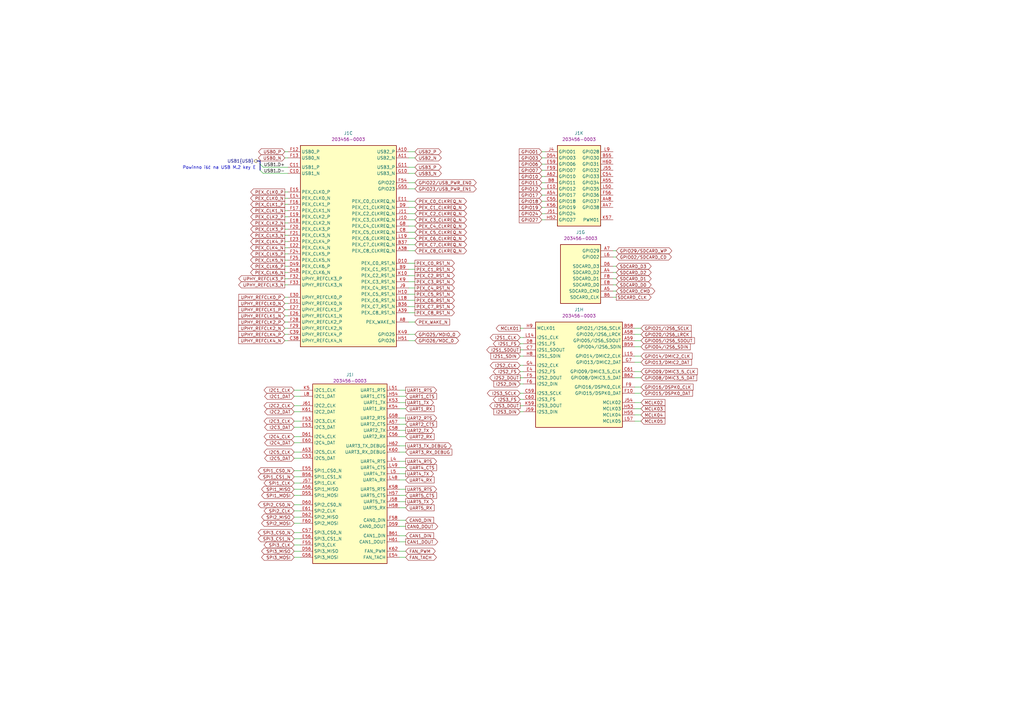
<source format=kicad_sch>
(kicad_sch (version 20250114) (generator "eeschema") (generator_version "9.0")
  (paper "A3")
  (title_block (title "Jetson Orin AGX Baseboard") (date "2025-08-11") (rev "1.0.0") (company "Antmicro Ltd") (comment 1 "www.antmicro.com"))
  (text "Powinno iść na USB M.2 key E" (at 89.916 68.834 0) (effects (font (size 1.27 1.27))))
  (bus_entry (at 107.95 68.58) (size -1.27 -1.27))
  (bus_entry (at 107.95 71.12) (size -1.27 -1.27))
  (wire (pts (xy 166.37 226.06) (xy 163.83 226.06)))
  (wire (pts (xy 120.65 207.01) (xy 123.19 207.01)))
  (wire (pts (xy 166.37 160.02) (xy 163.83 160.02)))
  (wire (pts (xy 222.25 69.85) (xy 223.52 69.85)))
  (wire (pts (xy 116.84 99.06) (xy 118.11 99.06)))
  (wire (pts (xy 166.37 194.31) (xy 163.83 194.31)))
  (wire (pts (xy 166.37 215.9) (xy 163.83 215.9)))
  (bus (pts (xy 106.68 67.31) (xy 106.68 66.04)))
  (wire (pts (xy 170.18 77.47) (xy 167.64 77.47)))
  (wire (pts (xy 120.65 198.12) (xy 123.19 198.12)))
  (wire (pts (xy 116.84 137.16) (xy 118.11 137.16)))
  (wire (pts (xy 262.89 170.18) (xy 260.35 170.18)))
  (wire (pts (xy 116.84 127) (xy 118.11 127)))
  (wire (pts (xy 116.84 116.84) (xy 118.11 116.84)))
  (wire (pts (xy 120.65 220.98) (xy 123.19 220.98)))
  (wire (pts (xy 213.36 168.91) (xy 214.63 168.91)))
  (wire (pts (xy 222.25 80.01) (xy 223.52 80.01)))
  (wire (pts (xy 166.37 200.66) (xy 163.83 200.66)))
  (wire (pts (xy 116.84 109.22) (xy 118.11 109.22)))
  (wire (pts (xy 170.18 137.16) (xy 167.64 137.16)))
  (wire (pts (xy 116.84 62.23) (xy 118.11 62.23)))
  (wire (pts (xy 262.89 152.4) (xy 260.35 152.4)))
  (wire (pts (xy 252.73 116.84) (xy 251.46 116.84)))
  (wire (pts (xy 170.18 90.17) (xy 167.64 90.17)))
  (wire (pts (xy 120.65 226.06) (xy 123.19 226.06)))
  (wire (pts (xy 170.18 107.95) (xy 167.64 107.95)))
  (wire (pts (xy 120.65 209.55) (xy 123.19 209.55)))
  (wire (pts (xy 170.18 118.11) (xy 167.64 118.11)))
  (wire (pts (xy 116.84 106.68) (xy 118.11 106.68)))
  (wire (pts (xy 116.84 78.74) (xy 118.11 78.74)))
  (wire (pts (xy 222.25 74.93) (xy 223.52 74.93)))
  (wire (pts (xy 252.73 109.22) (xy 251.46 109.22)))
  (wire (pts (xy 166.37 208.28) (xy 163.83 208.28)))
  (wire (pts (xy 116.84 132.08) (xy 118.11 132.08)))
  (wire (pts (xy 116.84 139.7) (xy 118.11 139.7)))
  (wire (pts (xy 120.65 195.58) (xy 123.19 195.58)))
  (wire (pts (xy 166.37 205.74) (xy 163.83 205.74)))
  (wire (pts (xy 116.84 104.14) (xy 118.11 104.14)))
  (wire (pts (xy 166.37 228.6) (xy 163.83 228.6)))
  (wire (pts (xy 116.84 101.6) (xy 118.11 101.6)))
  (wire (pts (xy 262.89 148.59) (xy 260.35 148.59)))
  (wire (pts (xy 222.25 82.55) (xy 223.52 82.55)))
  (wire (pts (xy 116.84 114.3) (xy 118.11 114.3)))
  (wire (pts (xy 116.84 124.46) (xy 118.11 124.46)))
  (wire (pts (xy 213.36 157.48) (xy 214.63 157.48)))
  (wire (pts (xy 166.37 171.45) (xy 163.83 171.45)))
  (wire (pts (xy 170.18 64.77) (xy 167.64 64.77)))
  (wire (pts (xy 213.36 163.83) (xy 214.63 163.83)))
  (wire (pts (xy 116.84 91.44) (xy 118.11 91.44)))
  (wire (pts (xy 166.37 176.53) (xy 163.83 176.53)))
  (wire (pts (xy 213.36 154.94) (xy 214.63 154.94)))
  (wire (pts (xy 213.36 149.86) (xy 214.63 149.86)))
  (wire (pts (xy 170.18 120.65) (xy 167.64 120.65)))
  (wire (pts (xy 120.65 172.72) (xy 123.19 172.72)))
  (wire (pts (xy 116.84 111.76) (xy 118.11 111.76)))
  (wire (pts (xy 120.65 223.52) (xy 123.19 223.52)))
  (wire (pts (xy 116.84 64.77) (xy 118.11 64.77)))
  (wire (pts (xy 166.37 219.71) (xy 163.83 219.71)))
  (wire (pts (xy 120.65 212.09) (xy 123.19 212.09)))
  (wire (pts (xy 222.25 72.39) (xy 223.52 72.39)))
  (wire (pts (xy 170.18 100.33) (xy 167.64 100.33)))
  (wire (pts (xy 262.89 142.24) (xy 260.35 142.24)))
  (wire (pts (xy 116.84 93.98) (xy 118.11 93.98)))
  (wire (pts (xy 166.37 173.99) (xy 163.83 173.99)))
  (wire (pts (xy 166.37 179.07) (xy 163.83 179.07)))
  (wire (pts (xy 120.65 193.04) (xy 123.19 193.04)))
  (wire (pts (xy 170.18 68.58) (xy 167.64 68.58)))
  (wire (pts (xy 213.36 161.29) (xy 214.63 161.29)))
  (wire (pts (xy 120.65 187.96) (xy 123.19 187.96)))
  (wire (pts (xy 170.18 102.87) (xy 167.64 102.87)))
  (wire (pts (xy 170.18 85.09) (xy 167.64 85.09)))
  (wire (pts (xy 107.95 71.12) (xy 118.11 71.12)))
  (wire (pts (xy 166.37 165.1) (xy 163.83 165.1)))
  (wire (pts (xy 116.84 129.54) (xy 118.11 129.54)))
  (wire (pts (xy 170.18 128.27) (xy 167.64 128.27)))
  (wire (pts (xy 213.36 152.4) (xy 214.63 152.4)))
  (wire (pts (xy 170.18 74.93) (xy 167.64 74.93)))
  (wire (pts (xy 170.18 110.49) (xy 167.64 110.49)))
  (wire (pts (xy 213.36 166.37) (xy 214.63 166.37)))
  (wire (pts (xy 166.37 162.56) (xy 163.83 162.56)))
  (wire (pts (xy 252.73 121.92) (xy 251.46 121.92)))
  (wire (pts (xy 170.18 97.79) (xy 167.64 97.79)))
  (bus (pts (xy 106.68 66.04) (xy 105.41 66.04)))
  (wire (pts (xy 222.25 62.23) (xy 223.52 62.23)))
  (wire (pts (xy 252.73 111.76) (xy 251.46 111.76)))
  (wire (pts (xy 120.65 181.61) (xy 123.19 181.61)))
  (wire (pts (xy 166.37 222.25) (xy 163.83 222.25)))
  (wire (pts (xy 170.18 95.25) (xy 167.64 95.25)))
  (wire (pts (xy 120.65 179.07) (xy 123.19 179.07)))
  (wire (pts (xy 252.73 114.3) (xy 251.46 114.3)))
  (wire (pts (xy 262.89 154.94) (xy 260.35 154.94)))
  (wire (pts (xy 170.18 62.23) (xy 167.64 62.23)))
  (wire (pts (xy 120.65 160.02) (xy 123.19 160.02)))
  (wire (pts (xy 170.18 139.7) (xy 167.64 139.7)))
  (wire (pts (xy 222.25 67.31) (xy 223.52 67.31)))
  (wire (pts (xy 170.18 132.08) (xy 167.64 132.08)))
  (wire (pts (xy 222.25 90.17) (xy 223.52 90.17)))
  (wire (pts (xy 166.37 203.2) (xy 163.83 203.2)))
  (wire (pts (xy 170.18 82.55) (xy 167.64 82.55)))
  (wire (pts (xy 120.65 175.26) (xy 123.19 175.26)))
  (wire (pts (xy 262.89 167.64) (xy 260.35 167.64)))
  (wire (pts (xy 166.37 213.36) (xy 163.83 213.36)))
  (wire (pts (xy 213.36 134.62) (xy 214.63 134.62)))
  (wire (pts (xy 116.84 96.52) (xy 118.11 96.52)))
  (wire (pts (xy 170.18 71.12) (xy 167.64 71.12)))
  (wire (pts (xy 166.37 196.85) (xy 163.83 196.85)))
  (wire (pts (xy 262.89 139.7) (xy 260.35 139.7)))
  (wire (pts (xy 170.18 115.57) (xy 167.64 115.57)))
  (wire (pts (xy 213.36 138.43) (xy 214.63 138.43)))
  (wire (pts (xy 170.18 123.19) (xy 167.64 123.19)))
  (wire (pts (xy 170.18 92.71) (xy 167.64 92.71)))
  (wire (pts (xy 166.37 189.23) (xy 163.83 189.23)))
  (wire (pts (xy 213.36 140.97) (xy 214.63 140.97)))
  (wire (pts (xy 107.95 68.58) (xy 118.11 68.58)))
  (wire (pts (xy 120.65 166.37) (xy 123.19 166.37)))
  (wire (pts (xy 120.65 185.42) (xy 123.19 185.42)))
  (wire (pts (xy 222.25 85.09) (xy 223.52 85.09)))
  (wire (pts (xy 166.37 185.42) (xy 163.83 185.42)))
  (wire (pts (xy 262.89 165.1) (xy 260.35 165.1)))
  (wire (pts (xy 252.73 102.87) (xy 251.46 102.87)))
  (wire (pts (xy 262.89 134.62) (xy 260.35 134.62)))
  (wire (pts (xy 222.25 64.77) (xy 223.52 64.77)))
  (wire (pts (xy 166.37 167.64) (xy 163.83 167.64)))
  (wire (pts (xy 262.89 158.75) (xy 260.35 158.75)))
  (bus (pts (xy 106.68 69.85) (xy 106.68 67.31)))
  (wire (pts (xy 170.18 113.03) (xy 167.64 113.03)))
  (wire (pts (xy 222.25 77.47) (xy 223.52 77.47)))
  (wire (pts (xy 252.73 105.41) (xy 251.46 105.41)))
  (wire (pts (xy 120.65 214.63) (xy 123.19 214.63)))
  (wire (pts (xy 120.65 200.66) (xy 123.19 200.66)))
  (wire (pts (xy 166.37 191.77) (xy 163.83 191.77)))
  (wire (pts (xy 262.89 161.29) (xy 260.35 161.29)))
  (wire (pts (xy 213.36 146.05) (xy 214.63 146.05)))
  (wire (pts (xy 116.84 134.62) (xy 118.11 134.62)))
  (wire (pts (xy 120.65 162.56) (xy 123.19 162.56)))
  (wire (pts (xy 116.84 88.9) (xy 118.11 88.9)))
  (wire (pts (xy 120.65 168.91) (xy 123.19 168.91)))
  (wire (pts (xy 170.18 125.73) (xy 167.64 125.73)))
  (wire (pts (xy 120.65 218.44) (xy 123.19 218.44)))
  (wire (pts (xy 213.36 143.51) (xy 214.63 143.51)))
  (wire (pts (xy 116.84 83.82) (xy 118.11 83.82)))
  (wire (pts (xy 170.18 87.63) (xy 167.64 87.63)))
  (wire (pts (xy 166.37 182.88) (xy 163.83 182.88)))
  (wire (pts (xy 222.25 87.63) (xy 223.52 87.63)))
  (wire (pts (xy 262.89 146.05) (xy 260.35 146.05)))
  (wire (pts (xy 116.84 81.28) (xy 118.11 81.28)))
  (wire (pts (xy 262.89 137.16) (xy 260.35 137.16)))
  (wire (pts (xy 120.65 228.6) (xy 123.19 228.6)))
  (wire (pts (xy 262.89 172.72) (xy 260.35 172.72)))
  (wire (pts (xy 116.84 121.92) (xy 118.11 121.92)))
  (wire (pts (xy 116.84 86.36) (xy 118.11 86.36)))
  (wire (pts (xy 252.73 119.38) (xy 251.46 119.38)))
  (wire (pts (xy 120.65 203.2) (xy 123.19 203.2)))
  (label "USB1.D+" (at 116.84 68.58 180))
  (label "USB1.D-" (at 116.84 71.12 180))
  (global_label "GPIO08/DMIC3_5_DAT" (shape input) (at 262.89 154.94 0) (property "Intersheetrefs" "${INTERSHEET_REFS}" (effects (hide yes))))
  (global_label "UART2_CTS" (shape input) (at 166.37 173.99 0) (property "Intersheetrefs" "${INTERSHEET_REFS}" (effects (hide yes))))
  (global_label "PEX_C7_RST_N" (shape output) (at 170.18 125.73 0) (property "Intersheetrefs" "${INTERSHEET_REFS}" (effects (hide yes))))
  (global_label "I2C3_DAT" (shape bidirectional) (at 120.65 175.26 180) (property "Intersheetrefs" "${INTERSHEET_REFS}" (effects (hide yes))))
  (global_label "GPIO13/DMIC2_DAT" (shape input) (at 262.89 148.59 0) (property "Intersheetrefs" "${INTERSHEET_REFS}" (effects (hide yes))))
  (global_label "UART4_RX" (shape input) (at 166.37 196.85 0) (property "Intersheetrefs" "${INTERSHEET_REFS}" (effects (hide yes))))
  (global_label "PEX_C2_CLKREQ_N" (shape bidirectional) (at 170.18 87.63 0) (property "Intersheetrefs" "${INTERSHEET_REFS}" (effects (hide yes))))
  (global_label "GPIO04/I2S6_SDIN" (shape input) (at 262.89 142.24 0) (property "Intersheetrefs" "${INTERSHEET_REFS}" (effects (hide yes))))
  (global_label "SDCARD_D3" (shape bidirectional) (at 252.73 109.22 0) (property "Intersheetrefs" "${INTERSHEET_REFS}" (effects (hide yes))))
  (global_label "SDCARD_CMD" (shape bidirectional) (at 252.73 119.38 0) (property "Intersheetrefs" "${INTERSHEET_REFS}" (effects (hide yes))))
  (global_label "GPIO06" (shape input) (at 222.25 67.31 180) (property "Intersheetrefs" "${INTERSHEET_REFS}" (effects (hide yes))))
  (global_label "UART1_RTS" (shape output) (at 166.37 160.02 0) (property "Intersheetrefs" "${INTERSHEET_REFS}" (effects (hide yes))))
  (global_label "PEX_CLK3_N" (shape output) (at 116.84 96.52 180) (property "Intersheetrefs" "${INTERSHEET_REFS}" (effects (hide yes))))
  (global_label "GPIO16/DSPK0_CLK" (shape input) (at 262.89 158.75 0) (property "Intersheetrefs" "${INTERSHEET_REFS}" (effects (hide yes))))
  (global_label "SPI1_CLK" (shape bidirectional) (at 120.65 198.12 180) (property "Intersheetrefs" "${INTERSHEET_REFS}" (effects (hide yes))))
  (global_label "UART5_TX" (shape output) (at 166.37 205.74 0) (property "Intersheetrefs" "${INTERSHEET_REFS}" (effects (hide yes))))
  (global_label "GPIO24" (shape input) (at 222.25 87.63 180) (property "Intersheetrefs" "${INTERSHEET_REFS}" (effects (hide yes))))
  (global_label "I2C5_DAT" (shape bidirectional) (at 120.65 187.96 180) (property "Intersheetrefs" "${INTERSHEET_REFS}" (effects (hide yes))))
  (global_label "PEX_C1_RST_N" (shape output) (at 170.18 110.49 0) (property "Intersheetrefs" "${INTERSHEET_REFS}" (effects (hide yes))))
  (global_label "PEX_C8_RST_N" (shape output) (at 170.18 128.27 0) (property "Intersheetrefs" "${INTERSHEET_REFS}" (effects (hide yes))))
  (global_label "I2C5_CLK" (shape bidirectional) (at 120.65 185.42 180) (property "Intersheetrefs" "${INTERSHEET_REFS}" (effects (hide yes))))
  (global_label "SPI3_MOSI" (shape bidirectional) (at 120.65 228.6 180) (property "Intersheetrefs" "${INTERSHEET_REFS}" (effects (hide yes))))
  (global_label "PEX_WAKE_N" (shape input) (at 170.18 132.08 0) (property "Intersheetrefs" "${INTERSHEET_REFS}" (effects (hide yes))))
  (global_label "I2S2_DOUT" (shape output) (at 213.36 154.94 180) (property "Intersheetrefs" "${INTERSHEET_REFS}" (effects (hide yes))))
  (global_label "PEX_C2_RST_N" (shape output) (at 170.18 113.03 0) (property "Intersheetrefs" "${INTERSHEET_REFS}" (effects (hide yes))))
  (global_label "I2S2_CLK" (shape bidirectional) (at 213.36 149.86 180) (property "Intersheetrefs" "${INTERSHEET_REFS}" (effects (hide yes))))
  (global_label "I2S1_CLK" (shape bidirectional) (at 213.36 138.43 180) (property "Intersheetrefs" "${INTERSHEET_REFS}" (effects (hide yes))))
  (global_label "UART5_RTS" (shape output) (at 166.37 200.66 0) (property "Intersheetrefs" "${INTERSHEET_REFS}" (effects (hide yes))))
  (global_label "FAN_TACH" (shape bidirectional) (at 166.37 228.6 0) (property "Intersheetrefs" "${INTERSHEET_REFS}" (effects (hide yes))))
  (global_label "GPIO05/I2S6_SDOUT" (shape input) (at 262.89 139.7 0) (property "Intersheetrefs" "${INTERSHEET_REFS}" (effects (hide yes))))
  (global_label "I2S3_DIN" (shape input) (at 213.36 168.91 180) (property "Intersheetrefs" "${INTERSHEET_REFS}" (effects (hide yes))))
  (global_label "UART2_RTS" (shape output) (at 166.37 171.45 0) (property "Intersheetrefs" "${INTERSHEET_REFS}" (effects (hide yes))))
  (global_label "PEX_CLK2_P" (shape output) (at 116.84 88.9 180) (property "Intersheetrefs" "${INTERSHEET_REFS}" (effects (hide yes))))
  (global_label "GPIO09/DMIC3_5_CLK" (shape input) (at 262.89 152.4 0) (property "Intersheetrefs" "${INTERSHEET_REFS}" (effects (hide yes))))
  (global_label "SDCARD_D0" (shape bidirectional) (at 252.73 116.84 0) (property "Intersheetrefs" "${INTERSHEET_REFS}" (effects (hide yes))))
  (global_label "SPI1_CS1_N" (shape bidirectional) (at 120.65 195.58 180) (property "Intersheetrefs" "${INTERSHEET_REFS}" (effects (hide yes))))
  (global_label "PEX_C0_CLKREQ_N" (shape bidirectional) (at 170.18 82.55 0) (property "Intersheetrefs" "${INTERSHEET_REFS}" (effects (hide yes))))
  (global_label "GPIO14/DMIC2_CLK" (shape input) (at 262.89 146.05 0) (property "Intersheetrefs" "${INTERSHEET_REFS}" (effects (hide yes))))
  (global_label "PEX_C3_RST_N" (shape output) (at 170.18 115.57 0) (property "Intersheetrefs" "${INTERSHEET_REFS}" (effects (hide yes))))
  (global_label "I2C2_CLK" (shape bidirectional) (at 120.65 166.37 180) (property "Intersheetrefs" "${INTERSHEET_REFS}" (effects (hide yes))))
  (global_label "GPIO29{slash}SDCARD_WP" (shape bidirectional) (at 252.73 102.87 0) (property "Intersheetrefs" "${INTERSHEET_REFS}" (effects (hide yes))))
  (global_label "UPHY_REFCLK1_P" (shape input) (at 116.84 127 180) (property "Intersheetrefs" "${INTERSHEET_REFS}" (effects (hide yes))))
  (global_label "PEX_C4_RST_N" (shape output) (at 170.18 118.11 0) (property "Intersheetrefs" "${INTERSHEET_REFS}" (effects (hide yes))))
  (global_label "UART3_RX_DEBUG" (shape input) (at 166.37 185.42 0) (property "Intersheetrefs" "${INTERSHEET_REFS}" (effects (hide yes))))
  (global_label "MCLK04" (shape input) (at 262.89 170.18 0) (property "Intersheetrefs" "${INTERSHEET_REFS}" (effects (hide yes))))
  (global_label "GPIO26{slash}MDC_0" (shape bidirectional) (at 170.18 139.7 0) (property "Intersheetrefs" "${INTERSHEET_REFS}" (effects (hide yes))))
  (global_label "USB2_N" (shape bidirectional) (at 170.18 64.77 0) (property "Intersheetrefs" "${INTERSHEET_REFS}" (effects (hide yes))))
  (global_label "PEX_CLK1_P" (shape output) (at 116.84 83.82 180) (property "Intersheetrefs" "${INTERSHEET_REFS}" (effects (hide yes))))
  (global_label "GPIO11" (shape input) (at 222.25 74.93 180) (property "Intersheetrefs" "${INTERSHEET_REFS}" (effects (hide yes))))
  (global_label "I2C4_CLK" (shape bidirectional) (at 120.65 179.07 180) (property "Intersheetrefs" "${INTERSHEET_REFS}" (effects (hide yes))))
  (global_label "CAN1_DIN" (shape input) (at 166.37 219.71 0) (property "Intersheetrefs" "${INTERSHEET_REFS}" (effects (hide yes))))
  (global_label "GPIO02{slash}SDCARD_CD" (shape bidirectional) (at 252.73 105.41 0) (property "Intersheetrefs" "${INTERSHEET_REFS}" (effects (hide yes))))
  (global_label "UART4_TX" (shape output) (at 166.37 194.31 0) (property "Intersheetrefs" "${INTERSHEET_REFS}" (effects (hide yes))))
  (global_label "SPI2_MOSI" (shape bidirectional) (at 120.65 214.63 180) (property "Intersheetrefs" "${INTERSHEET_REFS}" (effects (hide yes))))
  (global_label "UPHY_REFCLK0_P" (shape input) (at 116.84 121.92 180) (property "Intersheetrefs" "${INTERSHEET_REFS}" (effects (hide yes))))
  (global_label "USB2_P" (shape bidirectional) (at 170.18 62.23 0) (property "Intersheetrefs" "${INTERSHEET_REFS}" (effects (hide yes))))
  (global_label "I2S2_FS" (shape bidirectional) (at 213.36 152.4 180) (property "Intersheetrefs" "${INTERSHEET_REFS}" (effects (hide yes))))
  (global_label "SPI2_CS0_N" (shape bidirectional) (at 120.65 207.01 180) (property "Intersheetrefs" "${INTERSHEET_REFS}" (effects (hide yes))))
  (global_label "MCLK05" (shape input) (at 262.89 172.72 0) (property "Intersheetrefs" "${INTERSHEET_REFS}" (effects (hide yes))))
  (global_label "CAN0_DIN" (shape input) (at 166.37 213.36 0) (property "Intersheetrefs" "${INTERSHEET_REFS}" (effects (hide yes))))
  (global_label "MCLK01" (shape output) (at 213.36 134.62 180) (property "Intersheetrefs" "${INTERSHEET_REFS}" (effects (hide yes))))
  (global_label "UPHY_REFCLK1_N" (shape input) (at 116.84 129.54 180) (property "Intersheetrefs" "${INTERSHEET_REFS}" (effects (hide yes))))
  (global_label "PEX_C8_CLKREQ_N" (shape bidirectional) (at 170.18 102.87 0) (property "Intersheetrefs" "${INTERSHEET_REFS}" (effects (hide yes))))
  (global_label "I2S3_DOUT" (shape output) (at 213.36 166.37 180) (property "Intersheetrefs" "${INTERSHEET_REFS}" (effects (hide yes))))
  (global_label "GPIO12" (shape input) (at 222.25 77.47 180) (property "Intersheetrefs" "${INTERSHEET_REFS}" (effects (hide yes))))
  (global_label "UPHY_REFCLK3_N" (shape output) (at 116.84 116.84 180) (property "Intersheetrefs" "${INTERSHEET_REFS}" (effects (hide yes))))
  (global_label "I2C1_DAT" (shape bidirectional) (at 120.65 162.56 180) (property "Intersheetrefs" "${INTERSHEET_REFS}" (effects (hide yes))))
  (global_label "GPIO20/I2S6_LRCK" (shape input) (at 262.89 137.16 0) (property "Intersheetrefs" "${INTERSHEET_REFS}" (effects (hide yes))))
  (global_label "SPI3_CS1_N" (shape bidirectional) (at 120.65 220.98 180) (property "Intersheetrefs" "${INTERSHEET_REFS}" (effects (hide yes))))
  (global_label "UPHY_REFCLK4_N" (shape input) (at 116.84 139.7 180) (property "Intersheetrefs" "${INTERSHEET_REFS}" (effects (hide yes))))
  (global_label "GPIO17" (shape input) (at 222.25 80.01 180) (property "Intersheetrefs" "${INTERSHEET_REFS}" (effects (hide yes))))
  (global_label "UART5_CTS" (shape input) (at 166.37 203.2 0) (property "Intersheetrefs" "${INTERSHEET_REFS}" (effects (hide yes))))
  (global_label "SPI3_CLK" (shape bidirectional) (at 120.65 223.52 180) (property "Intersheetrefs" "${INTERSHEET_REFS}" (effects (hide yes))))
  (global_label "PEX_C5_RST_N" (shape output) (at 170.18 120.65 0) (property "Intersheetrefs" "${INTERSHEET_REFS}" (effects (hide yes))))
  (global_label "USB3_N" (shape bidirectional) (at 170.18 71.12 0) (property "Intersheetrefs" "${INTERSHEET_REFS}" (effects (hide yes))))
  (global_label "UART1_TX" (shape output) (at 166.37 165.1 0) (property "Intersheetrefs" "${INTERSHEET_REFS}" (effects (hide yes))))
  (global_label "I2C4_DAT" (shape bidirectional) (at 120.65 181.61 180) (property "Intersheetrefs" "${INTERSHEET_REFS}" (effects (hide yes))))
  (global_label "I2C1_CLK" (shape bidirectional) (at 120.65 160.02 180) (property "Intersheetrefs" "${INTERSHEET_REFS}" (effects (hide yes))))
  (global_label "I2S1_SDOUT" (shape output) (at 213.36 143.51 180) (property "Intersheetrefs" "${INTERSHEET_REFS}" (effects (hide yes))))
  (global_label "GPIO25{slash}MDIO_0" (shape bidirectional) (at 170.18 137.16 0) (property "Intersheetrefs" "${INTERSHEET_REFS}" (effects (hide yes))))
  (global_label "UPHY_REFCLK3_P" (shape output) (at 116.84 114.3 180) (property "Intersheetrefs" "${INTERSHEET_REFS}" (effects (hide yes))))
  (global_label "GPIO27" (shape input) (at 222.25 90.17 180) (property "Intersheetrefs" "${INTERSHEET_REFS}" (effects (hide yes))))
  (global_label "SPI3_MISO" (shape bidirectional) (at 120.65 226.06 180) (property "Intersheetrefs" "${INTERSHEET_REFS}" (effects (hide yes))))
  (global_label "I2C2_DAT" (shape bidirectional) (at 120.65 168.91 180) (property "Intersheetrefs" "${INTERSHEET_REFS}" (effects (hide yes))))
  (global_label "GPIO23{slash}USB_PWR_EN1" (shape bidirectional) (at 170.18 77.47 0) (property "Intersheetrefs" "${INTERSHEET_REFS}" (effects (hide yes))))
  (global_label "PEX_CLK3_P" (shape output) (at 116.84 93.98 180) (property "Intersheetrefs" "${INTERSHEET_REFS}" (effects (hide yes))))
  (global_label "PEX_C1_CLKREQ_N" (shape bidirectional) (at 170.18 85.09 0) (property "Intersheetrefs" "${INTERSHEET_REFS}" (effects (hide yes))))
  (global_label "SPI1_CS0_N" (shape bidirectional) (at 120.65 193.04 180) (property "Intersheetrefs" "${INTERSHEET_REFS}" (effects (hide yes))))
  (global_label "PEX_C7_CLKREQ_N" (shape bidirectional) (at 170.18 100.33 0) (property "Intersheetrefs" "${INTERSHEET_REFS}" (effects (hide yes))))
  (global_label "GPIO22{slash}USB_PWR_EN0" (shape bidirectional) (at 170.18 74.93 0) (property "Intersheetrefs" "${INTERSHEET_REFS}" (effects (hide yes))))
  (global_label "FAN_PWM" (shape bidirectional) (at 166.37 226.06 0) (property "Intersheetrefs" "${INTERSHEET_REFS}" (effects (hide yes))))
  (global_label "PEX_CLK4_N" (shape output) (at 116.84 101.6 180) (property "Intersheetrefs" "${INTERSHEET_REFS}" (effects (hide yes))))
  (global_label "UART2_TX" (shape output) (at 166.37 176.53 0) (property "Intersheetrefs" "${INTERSHEET_REFS}" (effects (hide yes))))
  (global_label "I2S3_FS" (shape bidirectional) (at 213.36 163.83 180) (property "Intersheetrefs" "${INTERSHEET_REFS}" (effects (hide yes))))
  (global_label "UART4_CTS" (shape input) (at 166.37 191.77 0) (property "Intersheetrefs" "${INTERSHEET_REFS}" (effects (hide yes))))
  (global_label "UPHY_REFCLK0_N" (shape input) (at 116.84 124.46 180) (property "Intersheetrefs" "${INTERSHEET_REFS}" (effects (hide yes))))
  (global_label "UPHY_REFCLK4_P" (shape input) (at 116.84 137.16 180) (property "Intersheetrefs" "${INTERSHEET_REFS}" (effects (hide yes))))
  (global_label "SPI1_MOSI" (shape bidirectional) (at 120.65 203.2 180) (property "Intersheetrefs" "${INTERSHEET_REFS}" (effects (hide yes))))
  (global_label "SDCARD_D2" (shape bidirectional) (at 252.73 111.76 0) (property "Intersheetrefs" "${INTERSHEET_REFS}" (effects (hide yes))))
  (global_label "UART3_TX_DEBUG" (shape output) (at 166.37 182.88 0) (property "Intersheetrefs" "${INTERSHEET_REFS}" (effects (hide yes))))
  (global_label "I2S1_FS" (shape bidirectional) (at 213.36 140.97 180) (property "Intersheetrefs" "${INTERSHEET_REFS}" (effects (hide yes))))
  (global_label "MCLK02" (shape input) (at 262.89 165.1 0) (property "Intersheetrefs" "${INTERSHEET_REFS}" (effects (hide yes))))
  (global_label "CAN0_DOUT" (shape output) (at 166.37 215.9 0) (property "Intersheetrefs" "${INTERSHEET_REFS}" (effects (hide yes))))
  (global_label "I2S2_DIN" (shape input) (at 213.36 157.48 180) (property "Intersheetrefs" "${INTERSHEET_REFS}" (effects (hide yes))))
  (global_label "GPIO15/DSPK0_DAT" (shape input) (at 262.89 161.29 0) (property "Intersheetrefs" "${INTERSHEET_REFS}" (effects (hide yes))))
  (global_label "SDCARD_D1" (shape bidirectional) (at 252.73 114.3 0) (property "Intersheetrefs" "${INTERSHEET_REFS}" (effects (hide yes))))
  (global_label "I2S1_SDIN" (shape input) (at 213.36 146.05 180) (property "Intersheetrefs" "${INTERSHEET_REFS}" (effects (hide yes))))
  (global_label "PEX_CLK6_N" (shape output) (at 116.84 111.76 180) (property "Intersheetrefs" "${INTERSHEET_REFS}" (effects (hide yes))))
  (global_label "SPI1_MISO" (shape bidirectional) (at 120.65 200.66 180) (property "Intersheetrefs" "${INTERSHEET_REFS}" (effects (hide yes))))
  (global_label "PEX_CLK0_N" (shape output) (at 116.84 81.28 180) (property "Intersheetrefs" "${INTERSHEET_REFS}" (effects (hide yes))))
  (global_label "PEX_CLK6_P" (shape output) (at 116.84 109.22 180) (property "Intersheetrefs" "${INTERSHEET_REFS}" (effects (hide yes))))
  (global_label "GPIO10" (shape input) (at 222.25 72.39 180) (property "Intersheetrefs" "${INTERSHEET_REFS}" (effects (hide yes))))
  (global_label "UART2_RX" (shape input) (at 166.37 179.07 0) (property "Intersheetrefs" "${INTERSHEET_REFS}" (effects (hide yes))))
  (global_label "PEX_C6_RST_N" (shape output) (at 170.18 123.19 0) (property "Intersheetrefs" "${INTERSHEET_REFS}" (effects (hide yes))))
  (global_label "PEX_C3_CLKREQ_N" (shape bidirectional) (at 170.18 90.17 0) (property "Intersheetrefs" "${INTERSHEET_REFS}" (effects (hide yes))))
  (global_label "GPIO03" (shape input) (at 222.25 64.77 180) (property "Intersheetrefs" "${INTERSHEET_REFS}" (effects (hide yes))))
  (global_label "GPIO07" (shape input) (at 222.25 69.85 180) (property "Intersheetrefs" "${INTERSHEET_REFS}" (effects (hide yes))))
  (global_label "SPI2_CLK" (shape bidirectional) (at 120.65 209.55 180) (property "Intersheetrefs" "${INTERSHEET_REFS}" (effects (hide yes))))
  (global_label "UART1_CTS" (shape input) (at 166.37 162.56 0) (property "Intersheetrefs" "${INTERSHEET_REFS}" (effects (hide yes))))
  (global_label "SPI3_CS0_N" (shape bidirectional) (at 120.65 218.44 180) (property "Intersheetrefs" "${INTERSHEET_REFS}" (effects (hide yes))))
  (global_label "CAN1_DOUT" (shape output) (at 166.37 222.25 0) (property "Intersheetrefs" "${INTERSHEET_REFS}" (effects (hide yes))))
  (global_label "PEX_C6_CLKREQ_N" (shape bidirectional) (at 170.18 97.79 0) (property "Intersheetrefs" "${INTERSHEET_REFS}" (effects (hide yes))))
  (global_label "UART5_RX" (shape input) (at 166.37 208.28 0) (property "Intersheetrefs" "${INTERSHEET_REFS}" (effects (hide yes))))
  (global_label "GPIO19" (shape input) (at 222.25 85.09 180) (property "Intersheetrefs" "${INTERSHEET_REFS}" (effects (hide yes))))
  (global_label "PEX_CLK4_P" (shape output) (at 116.84 99.06 180) (property "Intersheetrefs" "${INTERSHEET_REFS}" (effects (hide yes))))
  (global_label "USB0_P" (shape bidirectional) (at 116.84 62.23 180) (property "Intersheetrefs" "${INTERSHEET_REFS}" (effects (hide yes))))
  (global_label "PEX_CLK2_N" (shape output) (at 116.84 91.44 180) (property "Intersheetrefs" "${INTERSHEET_REFS}" (effects (hide yes))))
  (global_label "PEX_C4_CLKREQ_N" (shape bidirectional) (at 170.18 92.71 0) (property "Intersheetrefs" "${INTERSHEET_REFS}" (effects (hide yes))))
  (global_label "UPHY_REFCLK2_P" (shape input) (at 116.84 132.08 180) (property "Intersheetrefs" "${INTERSHEET_REFS}" (effects (hide yes))))
  (global_label "SDCARD_CLK" (shape output) (at 252.73 121.92 0) (property "Intersheetrefs" "${INTERSHEET_REFS}" (effects (hide yes))))
  (global_label "PEX_CLK5_N" (shape output) (at 116.84 106.68 180) (property "Intersheetrefs" "${INTERSHEET_REFS}" (effects (hide yes))))
  (global_label "I2C3_CLK" (shape bidirectional) (at 120.65 172.72 180) (property "Intersheetrefs" "${INTERSHEET_REFS}" (effects (hide yes))))
  (global_label "GPIO21/I2S6_SCLK" (shape input) (at 262.89 134.62 0) (property "Intersheetrefs" "${INTERSHEET_REFS}" (effects (hide yes))))
  (global_label "GPIO01" (shape input) (at 222.25 62.23 180) (property "Intersheetrefs" "${INTERSHEET_REFS}" (effects (hide yes))))
  (global_label "PEX_CLK5_P" (shape output) (at 116.84 104.14 180) (property "Intersheetrefs" "${INTERSHEET_REFS}" (effects (hide yes))))
  (global_label "SPI2_MISO" (shape bidirectional) (at 120.65 212.09 180) (property "Intersheetrefs" "${INTERSHEET_REFS}" (effects (hide yes))))
  (global_label "UPHY_REFCLK2_N" (shape input) (at 116.84 134.62 180) (property "Intersheetrefs" "${INTERSHEET_REFS}" (effects (hide yes))))
  (global_label "MCLK03" (shape input) (at 262.89 167.64 0) (property "Intersheetrefs" "${INTERSHEET_REFS}" (effects (hide yes))))
  (global_label "USB0_N" (shape bidirectional) (at 116.84 64.77 180) (property "Intersheetrefs" "${INTERSHEET_REFS}" (effects (hide yes))))
  (global_label "PEX_C0_RST_N" (shape output) (at 170.18 107.95 0) (property "Intersheetrefs" "${INTERSHEET_REFS}" (effects (hide yes))))
  (global_label "PEX_CLK1_N" (shape output) (at 116.84 86.36 180) (property "Intersheetrefs" "${INTERSHEET_REFS}" (effects (hide yes))))
  (global_label "PEX_C5_CLKREQ_N" (shape bidirectional) (at 170.18 95.25 0) (property "Intersheetrefs" "${INTERSHEET_REFS}" (effects (hide yes))))
  (global_label "I2S3_SCLK" (shape bidirectional) (at 213.36 161.29 180) (property "Intersheetrefs" "${INTERSHEET_REFS}" (effects (hide yes))))
  (global_label "USB3_P" (shape bidirectional) (at 170.18 68.58 0) (property "Intersheetrefs" "${INTERSHEET_REFS}" (effects (hide yes))))
  (global_label "UART1_RX" (shape input) (at 166.37 167.64 0) (property "Intersheetrefs" "${INTERSHEET_REFS}" (effects (hide yes))))
  (global_label "GPIO18" (shape input) (at 222.25 82.55 180) (property "Intersheetrefs" "${INTERSHEET_REFS}" (effects (hide yes))))
  (global_label "PEX_CLK0_P" (shape output) (at 116.84 78.74 180) (property "Intersheetrefs" "${INTERSHEET_REFS}" (effects (hide yes))))
  (global_label "UART4_RTS" (shape output) (at 166.37 189.23 0) (property "Intersheetrefs" "${INTERSHEET_REFS}" (effects (hide yes))))
  (hierarchical_label "USB1{USB}" (shape output) (at 105.41 66.04 180))
  (symbol (lib_id "antmicroB2BConnectors:Hermaphroditic_Molex_203456-0003_CUSTOM_Jetson_Orin_AGX_H8mm") (at 123.19 160.02 0) (unit 9)
    (property "Reference" "J1" (at 143.51 153.67 0))
    (property "Value" "Hermaphroditic_Molex_203456-0003_CUSTOM_Jetson_Orin_AGX_H8mm" (effects (hide yes)))
    (property "Footprint" "antmicro-footprints:Conn_Hermaphroditic_Molex_203456-0003_mirrored" (effects (hide yes)))
    (property "Datasheet" "https://www.molex.com/content/dam/molex/molex-dot-com/products/automated/en-us/salesdrawingpdf/203/203456/2034560003_sd.pdf?inline" (effects (hide yes)))
    (property "Description" "Mirror Mezz Hermaphroditic Connector, 5.50mm Connector Height, BGA-Attach Mounting, 7 Pair, 11 Row, 699 Circuits, 0.76µm Gold Plating, without Pegs" (effects (hide yes)))
    (property "MPN" "203456-0003" (at 143.51 156.21 0))
    (property "Manufacturer" "Molex" (effects (hide yes)))
    (property "Author" "Antmicro" (effects (hide yes)))
    (property "License" "Apache-2.0" (effects (hide yes)))
  )
  (symbol (lib_id "antmicroB2BConnectors:Hermaphroditic_Molex_203456-0003_CUSTOM_Jetson_Orin_AGX_H8mm") (at 214.63 134.62 0) (unit 8)
    (property "Reference" "J1" (at 237.49 127 0))
    (property "Value" "Hermaphroditic_Molex_203456-0003_CUSTOM_Jetson_Orin_AGX_H8mm" (effects (hide yes)))
    (property "Footprint" "antmicro-footprints:Conn_Hermaphroditic_Molex_203456-0003_mirrored" (effects (hide yes)))
    (property "Datasheet" "https://www.molex.com/content/dam/molex/molex-dot-com/products/automated/en-us/salesdrawingpdf/203/203456/2034560003_sd.pdf?inline" (effects (hide yes)))
    (property "Description" "Mirror Mezz Hermaphroditic Connector, 5.50mm Connector Height, BGA-Attach Mounting, 7 Pair, 11 Row, 699 Circuits, 0.76µm Gold Plating, without Pegs" (effects (hide yes)))
    (property "MPN" "203456-0003" (at 237.49 129.54 0))
    (property "Manufacturer" "Molex" (effects (hide yes)))
    (property "Author" "Antmicro" (effects (hide yes)))
    (property "License" "Apache-2.0" (effects (hide yes)))
  )
  (symbol (lib_id "antmicroB2BConnectors:Hermaphroditic_Molex_203456-0003_CUSTOM_Jetson_Orin_AGX_H8mm") (at 118.11 62.23 0) (unit 3)
    (property "Reference" "J1" (at 142.875 54.61 0))
    (property "Value" "Hermaphroditic_Molex_203456-0003_CUSTOM_Jetson_Orin_AGX_H8mm" (effects (hide yes)))
    (property "Footprint" "antmicro-footprints:Conn_Hermaphroditic_Molex_203456-0003_mirrored" (effects (hide yes)))
    (property "Datasheet" "https://www.molex.com/content/dam/molex/molex-dot-com/products/automated/en-us/salesdrawingpdf/203/203456/2034560003_sd.pdf?inline" (effects (hide yes)))
    (property "Description" "Mirror Mezz Hermaphroditic Connector, 5.50mm Connector Height, BGA-Attach Mounting, 7 Pair, 11 Row, 699 Circuits, 0.76µm Gold Plating, without Pegs" (effects (hide yes)))
    (property "MPN" "203456-0003" (at 142.875 57.15 0))
    (property "Manufacturer" "Molex" (effects (hide yes)))
    (property "Author" "Antmicro" (effects (hide yes)))
    (property "License" "Apache-2.0" (effects (hide yes)))
  )
  (symbol (lib_id "antmicroB2BConnectors:Hermaphroditic_Molex_203456-0003_CUSTOM_Jetson_Orin_AGX_H8mm") (at 251.46 121.92 180) (unit 7)
    (property "Reference" "J1" (at 238.125 95.25 0))
    (property "Value" "Hermaphroditic_Molex_203456-0003_CUSTOM_Jetson_Orin_AGX_H8mm" (effects (hide yes)))
    (property "Footprint" "antmicro-footprints:Conn_Hermaphroditic_Molex_203456-0003_mirrored" (effects (hide yes)))
    (property "Datasheet" "https://www.molex.com/content/dam/molex/molex-dot-com/products/automated/en-us/salesdrawingpdf/203/203456/2034560003_sd.pdf?inline" (effects (hide yes)))
    (property "Description" "Mirror Mezz Hermaphroditic Connector, 5.50mm Connector Height, BGA-Attach Mounting, 7 Pair, 11 Row, 699 Circuits, 0.76µm Gold Plating, without Pegs" (effects (hide yes)))
    (property "MPN" "203456-0003" (at 238.125 97.79 0))
    (property "Manufacturer" "Molex" (effects (hide yes)))
    (property "Author" "Antmicro" (effects (hide yes)))
    (property "License" "Apache-2.0" (effects (hide yes)))
  )
  (symbol (lib_id "antmicroB2BConnectors:Hermaphroditic_Molex_203456-0003_CUSTOM_Jetson_Orin_AGX_H8mm") (at 223.52 62.23 0) (unit 11)
    (property "Reference" "J1" (at 237.49 54.61 0))
    (property "Value" "Hermaphroditic_Molex_203456-0003_CUSTOM_Jetson_Orin_AGX_H8mm" (effects (hide yes)))
    (property "Footprint" "antmicro-footprints:Conn_Hermaphroditic_Molex_203456-0003_mirrored" (effects (hide yes)))
    (property "Datasheet" "https://www.molex.com/content/dam/molex/molex-dot-com/products/automated/en-us/salesdrawingpdf/203/203456/2034560003_sd.pdf?inline" (effects (hide yes)))
    (property "Description" "Mirror Mezz Hermaphroditic Connector, 5.50mm Connector Height, BGA-Attach Mounting, 7 Pair, 11 Row, 699 Circuits, 0.76µm Gold Plating, without Pegs" (effects (hide yes)))
    (property "MPN" "203456-0003" (at 237.49 57.15 0))
    (property "Manufacturer" "Molex" (effects (hide yes)))
    (property "Author" "Antmicro" (effects (hide yes)))
    (property "License" "Apache-2.0" (effects (hide yes)))
  )
)
</source>
